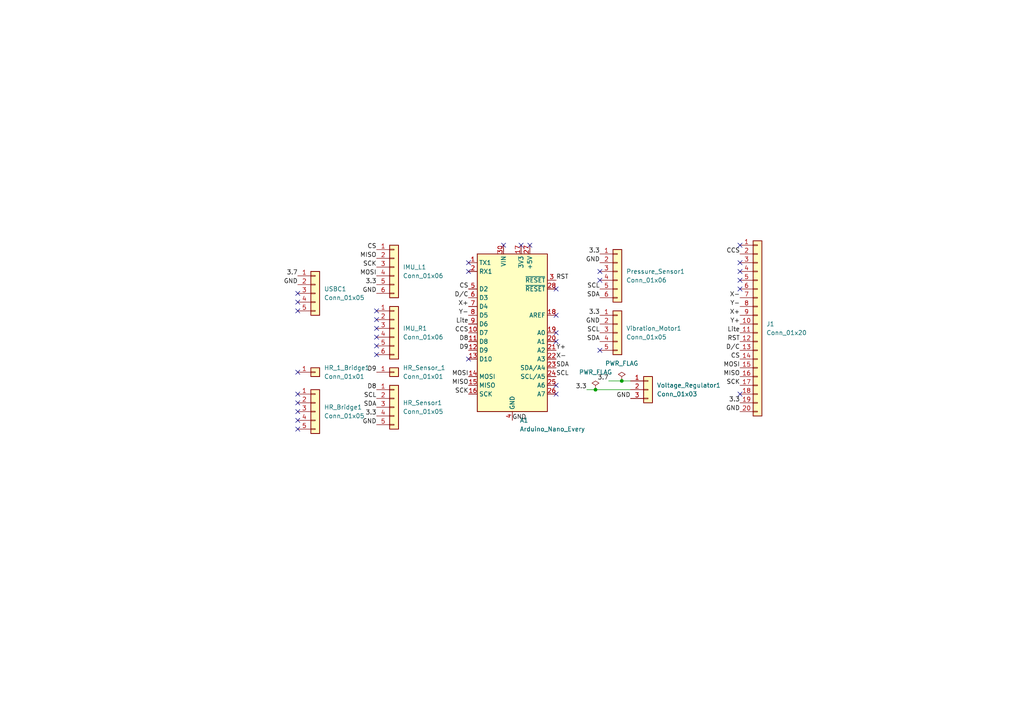
<source format=kicad_sch>
(kicad_sch (version 20250114) (generator "eeschema") (generator_version "9.0")
  (paper "A4")
  (lib_symbols
    (symbol "Conn_01x01_1" (pin_names (offset 1.016) (hide yes))
      (property "Reference" "J" (at 0 2.54 0))
      (property "Value" "Conn_01x01" (at 0 -2.54 0))
      (symbol "Conn_01x01_1_1_1"
        (rectangle (start -1.27 1.27) (end 1.27 -1.27) (stroke (width 0.254)) (fill (type background)))
        (rectangle (start -1.27 0.127) (end 0 -0.127) (stroke (width 0.1524)))
        (pin passive line (at -5.08 0 0) (length 3.81) (name "Pin_1") (number "1"))
      )
    )
    (symbol "Conn_01x05_1" (pin_names (offset 1.016) (hide yes))
      (property "Reference" "Vibration_Motor1" (at 2.54 1.2701 0))
      (property "Value" "Conn_01x05" (at 2.54 -1.2699 0))
      (symbol "Conn_01x05_1_1_1"
        (rectangle (start -1.27 6.35) (end 1.27 -6.35) (stroke (width 0.254)) (fill (type background)))
        (rectangle (start -1.27 5.207) (end 0 4.953) (stroke (width 0.1524)))
        (rectangle (start -1.27 2.667) (end 0 2.413) (stroke (width 0.1524)))
        (rectangle (start -1.27 0.127) (end 0 -0.127) (stroke (width 0.1524)))
        (rectangle (start -1.27 -2.413) (end 0 -2.667) (stroke (width 0.1524)))
        (rectangle (start -1.27 -4.953) (end 0 -5.207) (stroke (width 0.1524)))
        (pin passive line (at -5.08 5.08 0) (length 3.81) (name "Pin_1") (number "1"))
        (pin passive line (at -5.08 2.54 0) (length 3.81) (name "Pin_2") (number "2"))
        (pin passive line (at -5.08 0 0) (length 3.81) (name "Pin_3") (number "3"))
        (pin passive line (at -5.08 -2.54 0) (length 3.81) (name "Pin_4") (number "4"))
        (pin passive line (at -5.08 -5.08 0) (length 3.81) (name "Pin_5") (number "5"))
      )
    )
    (symbol "Conn_01x05_2" (pin_names (offset 1.016) (hide yes))
      (property "Reference" "J" (at 0 7.62 0))
      (property "Value" "Conn_01x05" (at 0 -7.62 0))
      (symbol "Conn_01x05_2_1_1"
        (rectangle (start -1.27 6.35) (end 1.27 -6.35) (stroke (width 0.254)) (fill (type background)))
        (rectangle (start -1.27 5.207) (end 0 4.953) (stroke (width 0.1524)))
        (rectangle (start -1.27 2.667) (end 0 2.413) (stroke (width 0.1524)))
        (rectangle (start -1.27 0.127) (end 0 -0.127) (stroke (width 0.1524)))
        (rectangle (start -1.27 -2.413) (end 0 -2.667) (stroke (width 0.1524)))
        (rectangle (start -1.27 -4.953) (end 0 -5.207) (stroke (width 0.1524)))
        (pin passive line (at -5.08 5.08 0) (length 3.81) (name "Pin_1") (number "1"))
        (pin passive line (at -5.08 2.54 0) (length 3.81) (name "Pin_2") (number "2"))
        (pin passive line (at -5.08 0 0) (length 3.81) (name "Pin_3") (number "3"))
        (pin passive line (at -5.08 -2.54 0) (length 3.81) (name "Pin_4") (number "4"))
        (pin passive line (at -5.08 -5.08 0) (length 3.81) (name "Pin_5") (number "5"))
      )
    )
    (symbol "Conn_01x05_3" (pin_names (offset 1.016) (hide yes))
      (property "Reference" "J" (at 0 7.62 0))
      (property "Value" "Conn_01x05" (at 0 -7.62 0))
      (symbol "Conn_01x05_3_1_1"
        (rectangle (start -1.27 6.35) (end 1.27 -6.35) (stroke (width 0.254)) (fill (type background)))
        (rectangle (start -1.27 5.207) (end 0 4.953) (stroke (width 0.1524)))
        (rectangle (start -1.27 2.667) (end 0 2.413) (stroke (width 0.1524)))
        (rectangle (start -1.27 0.127) (end 0 -0.127) (stroke (width 0.1524)))
        (rectangle (start -1.27 -2.413) (end 0 -2.667) (stroke (width 0.1524)))
        (rectangle (start -1.27 -4.953) (end 0 -5.207) (stroke (width 0.1524)))
        (pin passive line (at -5.08 5.08 0) (length 3.81) (name "Pin_1") (number "1"))
        (pin passive line (at -5.08 2.54 0) (length 3.81) (name "Pin_2") (number "2"))
        (pin passive line (at -5.08 0 0) (length 3.81) (name "Pin_3") (number "3"))
        (pin passive line (at -5.08 -2.54 0) (length 3.81) (name "Pin_4") (number "4"))
        (pin passive line (at -5.08 -5.08 0) (length 3.81) (name "Pin_5") (number "5"))
      )
    )
    (symbol "Conn_01x06_1" (pin_names (offset 1.016) (hide yes))
      (property "Reference" "Pressure_Sensor1" (at 2.54 0.0001 0))
      (property "Value" "Conn_01x06" (at 2.54 -2.5399 0))
      (symbol "Conn_01x06_1_1_1"
        (rectangle (start -1.27 6.35) (end 1.27 -8.89) (stroke (width 0.254)) (fill (type background)))
        (rectangle (start -1.27 5.207) (end 0 4.953) (stroke (width 0.1524)))
        (rectangle (start -1.27 2.667) (end 0 2.413) (stroke (width 0.1524)))
        (rectangle (start -1.27 0.127) (end 0 -0.127) (stroke (width 0.1524)))
        (rectangle (start -1.27 -2.413) (end 0 -2.667) (stroke (width 0.1524)))
        (rectangle (start -1.27 -4.953) (end 0 -5.207) (stroke (width 0.1524)))
        (rectangle (start -1.27 -7.493) (end 0 -7.747) (stroke (width 0.1524)))
        (pin passive line (at -5.08 5.08 0) (length 3.81) (name "Pin_1") (number "1"))
        (pin passive line (at -5.08 2.54 0) (length 3.81) (name "Pin_2") (number "2"))
        (pin passive line (at -5.08 0 0) (length 3.81) (name "Pin_3") (number "3"))
        (pin passive line (at -5.08 -2.54 0) (length 3.81) (name "Pin_4") (number "4"))
        (pin passive line (at -5.08 -5.08 0) (length 3.81) (name "Pin_5") (number "5"))
        (pin passive line (at -5.08 -7.62 0) (length 3.81) (name "Pin_6") (number "6"))
      )
    )
    (symbol "Connector_Generic:Conn_01x01" (pin_names (offset 1.016) (hide yes))
      (property "Reference" "HR_Sensor_1" (at 2.54 1.2701 0))
      (property "Value" "Conn_01x01" (at 2.54 -1.2699 0))
      (symbol "Conn_01x01_1_1"
        (rectangle (start -1.27 1.27) (end 1.27 -1.27) (stroke (width 0.254)) (fill (type background)))
        (rectangle (start -1.27 0.127) (end 0 -0.127) (stroke (width 0.1524)))
        (pin passive line (at -5.08 0 0) (length 3.81) (name "Pin_1") (number "1"))
      )
    )
    (symbol "Connector_Generic:Conn_01x03" (pin_names (offset 1.016) (hide yes))
      (property "Reference" "Voltage_Regulator1" (at 2.54 1.2701 0))
      (property "Value" "Conn_01x03" (at 2.54 -1.2699 0))
      (symbol "Conn_01x03_1_1"
        (rectangle (start -1.27 3.81) (end 1.27 -3.81) (stroke (width 0.254)) (fill (type background)))
        (rectangle (start -1.27 2.667) (end 0 2.413) (stroke (width 0.1524)))
        (rectangle (start -1.27 0.127) (end 0 -0.127) (stroke (width 0.1524)))
        (rectangle (start -1.27 -2.413) (end 0 -2.667) (stroke (width 0.1524)))
        (pin passive line (at -5.08 2.54 0) (length 3.81) (name "Pin_1") (number "1"))
        (pin passive line (at -5.08 0 0) (length 3.81) (name "Pin_2") (number "2"))
        (pin passive line (at -5.08 -2.54 0) (length 3.81) (name "Pin_3") (number "3"))
      )
    )
    (symbol "Connector_Generic:Conn_01x05" (pin_names (offset 1.016) (hide yes))
      (property "Reference" "HR_Sensor1" (at 2.54 1.2701 0))
      (property "Value" "Conn_01x05" (at 2.54 -1.2699 0))
      (symbol "Conn_01x05_1_1"
        (rectangle (start -1.27 6.35) (end 1.27 -6.35) (stroke (width 0.254)) (fill (type background)))
        (rectangle (start -1.27 5.207) (end 0 4.953) (stroke (width 0.1524)))
        (rectangle (start -1.27 2.667) (end 0 2.413) (stroke (width 0.1524)))
        (rectangle (start -1.27 0.127) (end 0 -0.127) (stroke (width 0.1524)))
        (rectangle (start -1.27 -2.413) (end 0 -2.667) (stroke (width 0.1524)))
        (rectangle (start -1.27 -4.953) (end 0 -5.207) (stroke (width 0.1524)))
        (pin passive line (at -5.08 5.08 0) (length 3.81) (name "Pin_1") (number "1"))
        (pin passive line (at -5.08 2.54 0) (length 3.81) (name "Pin_2") (number "2"))
        (pin passive line (at -5.08 0 0) (length 3.81) (name "Pin_3") (number "3"))
        (pin passive line (at -5.08 -2.54 0) (length 3.81) (name "Pin_4") (number "4"))
        (pin passive line (at -5.08 -5.08 0) (length 3.81) (name "Pin_5") (number "5"))
      )
    )
    (symbol "Connector_Generic:Conn_01x06" (pin_names (offset 1.016) (hide yes))
      (property "Reference" "J" (at 0 7.62 0))
      (property "Value" "Conn_01x06" (at 0 -10.16 0))
      (symbol "Conn_01x06_1_1"
        (rectangle (start -1.27 6.35) (end 1.27 -8.89) (stroke (width 0.254)) (fill (type background)))
        (rectangle (start -1.27 5.207) (end 0 4.953) (stroke (width 0.1524)))
        (rectangle (start -1.27 2.667) (end 0 2.413) (stroke (width 0.1524)))
        (rectangle (start -1.27 0.127) (end 0 -0.127) (stroke (width 0.1524)))
        (rectangle (start -1.27 -2.413) (end 0 -2.667) (stroke (width 0.1524)))
        (rectangle (start -1.27 -4.953) (end 0 -5.207) (stroke (width 0.1524)))
        (rectangle (start -1.27 -7.493) (end 0 -7.747) (stroke (width 0.1524)))
        (pin passive line (at -5.08 5.08 0) (length 3.81) (name "Pin_1") (number "1"))
        (pin passive line (at -5.08 2.54 0) (length 3.81) (name "Pin_2") (number "2"))
        (pin passive line (at -5.08 0 0) (length 3.81) (name "Pin_3") (number "3"))
        (pin passive line (at -5.08 -2.54 0) (length 3.81) (name "Pin_4") (number "4"))
        (pin passive line (at -5.08 -5.08 0) (length 3.81) (name "Pin_5") (number "5"))
        (pin passive line (at -5.08 -7.62 0) (length 3.81) (name "Pin_6") (number "6"))
      )
    )
    (symbol "Connector_Generic:Conn_01x20" (pin_names (offset 1.016) (hide yes))
      (property "Reference" "J" (at 0 25.4 0))
      (property "Value" "Conn_01x20" (at 0 -27.94 0))
      (symbol "Conn_01x20_1_1"
        (rectangle (start -1.27 24.13) (end 1.27 -26.67) (stroke (width 0.254)) (fill (type background)))
        (rectangle (start -1.27 22.987) (end 0 22.733) (stroke (width 0.1524)))
        (rectangle (start -1.27 20.447) (end 0 20.193) (stroke (width 0.1524)))
        (rectangle (start -1.27 17.907) (end 0 17.653) (stroke (width 0.1524)))
        (rectangle (start -1.27 15.367) (end 0 15.113) (stroke (width 0.1524)))
        (rectangle (start -1.27 12.827) (end 0 12.573) (stroke (width 0.1524)))
        (rectangle (start -1.27 10.287) (end 0 10.033) (stroke (width 0.1524)))
        (rectangle (start -1.27 7.747) (end 0 7.493) (stroke (width 0.1524)))
        (rectangle (start -1.27 5.207) (end 0 4.953) (stroke (width 0.1524)))
        (rectangle (start -1.27 2.667) (end 0 2.413) (stroke (width 0.1524)))
        (rectangle (start -1.27 0.127) (end 0 -0.127) (stroke (width 0.1524)))
        (rectangle (start -1.27 -2.413) (end 0 -2.667) (stroke (width 0.1524)))
        (rectangle (start -1.27 -4.953) (end 0 -5.207) (stroke (width 0.1524)))
        (rectangle (start -1.27 -7.493) (end 0 -7.747) (stroke (width 0.1524)))
        (rectangle (start -1.27 -10.033) (end 0 -10.287) (stroke (width 0.1524)))
        (rectangle (start -1.27 -12.573) (end 0 -12.827) (stroke (width 0.1524)))
        (rectangle (start -1.27 -15.113) (end 0 -15.367) (stroke (width 0.1524)))
        (rectangle (start -1.27 -17.653) (end 0 -17.907) (stroke (width 0.1524)))
        (rectangle (start -1.27 -20.193) (end 0 -20.447) (stroke (width 0.1524)))
        (rectangle (start -1.27 -22.733) (end 0 -22.987) (stroke (width 0.1524)))
        (rectangle (start -1.27 -25.273) (end 0 -25.527) (stroke (width 0.1524)))
        (pin passive line (at -5.08 22.86 0) (length 3.81) (name "Pin_1") (number "1"))
        (pin passive line (at -5.08 20.32 0) (length 3.81) (name "Pin_2") (number "2"))
        (pin passive line (at -5.08 17.78 0) (length 3.81) (name "Pin_3") (number "3"))
        (pin passive line (at -5.08 15.24 0) (length 3.81) (name "Pin_4") (number "4"))
        (pin passive line (at -5.08 12.7 0) (length 3.81) (name "Pin_5") (number "5"))
        (pin passive line (at -5.08 10.16 0) (length 3.81) (name "Pin_6") (number "6"))
        (pin passive line (at -5.08 7.62 0) (length 3.81) (name "Pin_7") (number "7"))
        (pin passive line (at -5.08 5.08 0) (length 3.81) (name "Pin_8") (number "8"))
        (pin passive line (at -5.08 2.54 0) (length 3.81) (name "Pin_9") (number "9"))
        (pin passive line (at -5.08 0 0) (length 3.81) (name "Pin_10") (number "10"))
        (pin passive line (at -5.08 -2.54 0) (length 3.81) (name "Pin_11") (number "11"))
        (pin passive line (at -5.08 -5.08 0) (length 3.81) (name "Pin_12") (number "12"))
        (pin passive line (at -5.08 -7.62 0) (length 3.81) (name "Pin_13") (number "13"))
        (pin passive line (at -5.08 -10.16 0) (length 3.81) (name "Pin_14") (number "14"))
        (pin passive line (at -5.08 -12.7 0) (length 3.81) (name "Pin_15") (number "15"))
        (pin passive line (at -5.08 -15.24 0) (length 3.81) (name "Pin_16") (number "16"))
        (pin passive line (at -5.08 -17.78 0) (length 3.81) (name "Pin_17") (number "17"))
        (pin passive line (at -5.08 -20.32 0) (length 3.81) (name "Pin_18") (number "18"))
        (pin passive line (at -5.08 -22.86 0) (length 3.81) (name "Pin_19") (number "19"))
        (pin passive line (at -5.08 -25.4 0) (length 3.81) (name "Pin_20") (number "20"))
      )
    )
    (symbol "MCU_Module:Arduino_Nano_Every"
      (property "Reference" "A" (at -10.16 23.495 0))
      (property "Value" "Arduino_Nano_Every" (at 5.08 -24.13 0))
      (symbol "Arduino_Nano_Every_0_1"
        (rectangle (start -10.16 22.86) (end 10.16 -22.86) (stroke (width 0.254)) (fill (type background)))
      )
      (symbol "Arduino_Nano_Every_1_1"
        (pin bidirectional line (at -12.7 20.32 0) (length 2.54) (name "TX1") (number "1"))
        (pin bidirectional line (at -12.7 17.78 0) (length 2.54) (name "RX1") (number "2"))
        (pin bidirectional line (at -12.7 12.7 0) (length 2.54) (name "D2") (number "5"))
        (pin bidirectional line (at -12.7 10.16 0) (length 2.54) (name "D3") (number "6"))
        (pin bidirectional line (at -12.7 7.62 0) (length 2.54) (name "D4") (number "7"))
        (pin bidirectional line (at -12.7 5.08 0) (length 2.54) (name "D5") (number "8"))
        (pin bidirectional line (at -12.7 2.54 0) (length 2.54) (name "D6") (number "9"))
        (pin bidirectional line (at -12.7 0 0) (length 2.54) (name "D7") (number "10"))
        (pin bidirectional line (at -12.7 -2.54 0) (length 2.54) (name "D8") (number "11"))
        (pin bidirectional line (at -12.7 -5.08 0) (length 2.54) (name "D9") (number "12"))
        (pin bidirectional line (at -12.7 -7.62 0) (length 2.54) (name "D10") (number "13"))
        (pin bidirectional line (at -12.7 -12.7 0) (length 2.54) (name "MOSI") (number "14"))
        (pin bidirectional line (at -12.7 -15.24 0) (length 2.54) (name "MISO") (number "15"))
        (pin bidirectional line (at -12.7 -17.78 0) (length 2.54) (name "SCK") (number "16"))
        (pin power_in line (at -2.54 25.4 270) (length 2.54) (name "VIN") (number "30"))
        (pin passive line (at 0 -25.4 90) (length 2.54) (hide yes) (name "GND") (number "29"))
        (pin power_in line (at 0 -25.4 90) (length 2.54) (name "GND") (number "4"))
        (pin power_out line (at 2.54 25.4 270) (length 2.54) (name "3V3") (number "17"))
        (pin power_out line (at 5.08 25.4 270) (length 2.54) (name "+5V") (number "27"))
        (pin input line (at 12.7 15.24 180) (length 2.54) (name "~{RESET}") (number "3"))
        (pin input line (at 12.7 12.7 180) (length 2.54) (name "~{RESET}") (number "28"))
        (pin input line (at 12.7 5.08 180) (length 2.54) (name "AREF") (number "18"))
        (pin bidirectional line (at 12.7 0 180) (length 2.54) (name "A0") (number "19"))
        (pin bidirectional line (at 12.7 -2.54 180) (length 2.54) (name "A1") (number "20"))
        (pin bidirectional line (at 12.7 -5.08 180) (length 2.54) (name "A2") (number "21"))
        (pin bidirectional line (at 12.7 -7.62 180) (length 2.54) (name "A3") (number "22"))
        (pin bidirectional line (at 12.7 -10.16 180) (length 2.54) (name "SDA/A4") (number "23"))
        (pin bidirectional line (at 12.7 -12.7 180) (length 2.54) (name "SCL/A5") (number "24"))
        (pin bidirectional line (at 12.7 -15.24 180) (length 2.54) (name "A6") (number "25"))
        (pin bidirectional line (at 12.7 -17.78 180) (length 2.54) (name "A7") (number "26"))
      )
    )
    (symbol "power:PWR_FLAG" (power) (pin_numbers (hide yes)) (pin_names (offset 0) (hide yes))
      (property "Value" "PWR_FLAG" (at 0 3.81 0))
      (symbol "PWR_FLAG_0_0"
        (pin power_out line (at 0 0 90) (length 0) (name "~") (number "1"))
      )
      (symbol "PWR_FLAG_0_1"
        (polyline (pts (xy 0 0) (xy 0 1.27) (xy -1.016 1.905) (xy 0 2.54) (xy 1.016 1.905) (xy 0 1.27)))
      )
    )
  )
  (junction (at 180.34 110.49))
  (junction (at 172.72 113.03))
  (no_connect (at 151.13 71.12))
  (no_connect (at 214.63 71.12))
  (no_connect (at 86.36 116.84))
  (no_connect (at 214.63 81.28))
  (no_connect (at 135.89 76.2))
  (no_connect (at 146.05 71.12))
  (no_connect (at 173.99 81.28))
  (no_connect (at 86.36 124.46))
  (no_connect (at 161.29 111.76))
  (no_connect (at 109.22 90.17))
  (no_connect (at 161.29 114.3))
  (no_connect (at 86.36 121.92))
  (no_connect (at 214.63 76.2))
  (no_connect (at 161.29 83.82))
  (no_connect (at 109.22 92.71))
  (no_connect (at 173.99 101.6))
  (no_connect (at 86.36 114.3))
  (no_connect (at 153.67 71.12))
  (no_connect (at 109.22 100.33))
  (no_connect (at 109.22 102.87))
  (no_connect (at 86.36 119.38))
  (no_connect (at 161.29 99.06))
  (no_connect (at 86.36 87.63))
  (no_connect (at 161.29 91.44))
  (no_connect (at 161.29 96.52))
  (no_connect (at 109.22 97.79))
  (no_connect (at 173.99 78.74))
  (no_connect (at 86.36 107.95))
  (no_connect (at 214.63 83.82))
  (no_connect (at 109.22 95.25))
  (no_connect (at 86.36 90.17))
  (no_connect (at 214.63 114.3))
  (no_connect (at 135.89 78.74))
  (no_connect (at 135.89 104.14))
  (no_connect (at 86.36 85.09))
  (no_connect (at 214.63 78.74))
  (wire (pts (xy 180.34 110.49) (xy 182.88 110.49)))
  (wire (pts (xy 170.18 113.03) (xy 172.72 113.03)))
  (wire (pts (xy 176.53 110.49) (xy 180.34 110.49)))
  (wire (pts (xy 172.72 113.03) (xy 182.88 113.03)))
  (label "GND" (at 173.99 76.2 180))
  (label "SCK" (at 214.63 111.76 180))
  (label "3.3" (at 170.18 113.03 180))
  (label "3.3" (at 109.22 120.65 180))
  (label "SCL" (at 173.99 83.82 180))
  (label "SDA" (at 109.22 118.11 180))
  (label "D8" (at 135.89 99.06 180))
  (label "GND" (at 214.63 119.38 180))
  (label "RST" (at 214.63 99.06 180))
  (label "MISO" (at 214.63 109.22 180))
  (label "3.3" (at 173.99 73.66 180))
  (label "3.3" (at 109.22 82.55 180))
  (label "3.7" (at 176.53 110.49 180))
  (label "3.3" (at 173.99 91.44 180))
  (label "CCS" (at 135.89 96.52 180))
  (label "X+" (at 135.89 88.9 180))
  (label "SCK" (at 135.89 114.3 180))
  (label "GND" (at 173.99 93.98 180))
  (label "D{slash}C" (at 135.89 86.36 180))
  (label "X+" (at 214.63 91.44 180))
  (label "SDA" (at 161.29 106.68 0))
  (label "SDA" (at 173.99 86.36 180))
  (label "RST" (at 161.29 81.28 0))
  (label "Y+" (at 214.63 93.98 180))
  (label "Y+" (at 161.29 101.6 0))
  (label "MOSI" (at 109.22 80.01 180))
  (label "Lite" (at 135.89 93.98 180))
  (label "GND" (at 182.88 115.57 180))
  (label "D{slash}C" (at 214.63 101.6 180))
  (label "CS" (at 109.22 72.39 180))
  (label "MISO" (at 109.22 74.93 180))
  (label "Y-" (at 214.63 88.9 180))
  (label "3.7" (at 86.36 80.01 180))
  (label "SCL" (at 109.22 115.57 180))
  (label "X-" (at 161.29 104.14 0))
  (label "SCL" (at 161.29 109.22 0))
  (label "GND" (at 86.36 82.55 180))
  (label "GND" (at 148.59 121.92 0))
  (label "SCK" (at 109.22 77.47 180))
  (label "CS" (at 135.89 83.82 180))
  (label "Lite" (at 214.63 96.52 180))
  (label "GND" (at 109.22 123.19 180))
  (label "SCL" (at 173.99 96.52 180))
  (label "CCS" (at 214.63 73.66 180))
  (label "MISO" (at 135.89 111.76 180))
  (label "Y-" (at 135.89 91.44 180))
  (label "CS" (at 214.63 104.14 180))
  (label "D9" (at 109.22 107.95 180))
  (label "MOSI" (at 214.63 106.68 180))
  (label "SDA" (at 173.99 99.06 180))
  (label "GND" (at 109.22 85.09 180))
  (label "D8" (at 109.22 113.03 180))
  (label "3.3" (at 214.63 116.84 180))
  (label "X-" (at 214.63 86.36 180))
  (label "D9" (at 135.89 101.6 180))
  (label "MOSI" (at 135.89 109.22 180))
  (symbol (lib_id "Connector_Generic:Conn_01x03") (at 187.96 113.03 0) (unit 1)
    (property "Reference" "Voltage_Regulator1" (at 190.5 111.7599 0) (effects (justify left)))
    (property "Value" "Conn_01x03" (at 190.5 114.2999 0) (effects (justify left)))
    (property "Footprint" "Connector_PinHeader_2.54mm:PinHeader_1x03_P2.54mm_Vertical" (effects (hide yes)))
    (property "Description" "Generic connector, single row, 01x03, script generated (kicad-library-utils/schlib/autogen/connector/)" (effects (hide yes)))
  )
  (symbol (lib_id "Connector_Generic:Conn_01x06") (at 114.3 77.47 0) (unit 1)
    (property "Reference" "IMU_L1" (at 116.84 77.4699 0) (effects (justify left)))
    (property "Value" "Conn_01x06" (at 116.84 80.0099 0) (effects (justify left)))
    (property "Footprint" "Connector_PinHeader_2.54mm:PinHeader_1x06_P2.54mm_Vertical" (effects (hide yes)))
    (property "Description" "Generic connector, single row, 01x06, script generated (kicad-library-utils/schlib/autogen/connector/)" (effects (hide yes)))
  )
  (symbol (lib_id "MCU_Module:Arduino_Nano_Every") (at 148.59 96.52 0) (unit 1)
    (property "Reference" "A1" (at 150.7333 121.92 0) (effects (justify left)))
    (property "Value" "Arduino_Nano_Every" (at 150.7333 124.46 0) (effects (justify left)))
    (property "Footprint" "Module:Arduino_Nano" (effects (hide yes)))
    (property "Datasheet" "https://content.arduino.cc/assets/NANOEveryV3.0_sch.pdf" (effects (hide yes)))
    (property "Description" "Arduino Nano Every" (effects (hide yes)))
  )
  (symbol (lib_name "Conn_01x06_1") (lib_id "Connector_Generic:Conn_01x06") (at 179.07 78.74 0) (unit 1)
    (property "Reference" "Pressure_Sensor1" (at 181.61 78.7399 0) (effects (justify left)))
    (property "Value" "Conn_01x06" (at 181.61 81.2799 0) (effects (justify left)))
    (property "Footprint" "Connector_PinHeader_2.54mm:PinHeader_1x06_P2.54mm_Vertical" (effects (hide yes)))
    (property "Description" "Generic connector, single row, 01x06, script generated (kicad-library-utils/schlib/autogen/connector/)" (effects (hide yes)))
  )
  (symbol (lib_name "Conn_01x05_1") (lib_id "Connector_Generic:Conn_01x05") (at 179.07 96.52 0) (unit 1)
    (property "Reference" "Vibration_Motor1" (at 181.61 95.2499 0) (effects (justify left)))
    (property "Value" "Conn_01x05" (at 181.61 97.7899 0) (effects (justify left)))
    (property "Footprint" "Connector_PinHeader_2.54mm:PinHeader_1x05_P2.54mm_Vertical" (effects (hide yes)))
    (property "Description" "Generic connector, single row, 01x05, script generated (kicad-library-utils/schlib/autogen/connector/)" (effects (hide yes)))
  )
  (symbol (lib_name "Conn_01x05_3") (lib_id "Connector_Generic:Conn_01x05") (at 91.44 85.09 0) (unit 1)
    (property "Reference" "USBC1" (at 93.98 83.8199 0) (effects (justify left)))
    (property "Value" "Conn_01x05" (at 93.98 86.3599 0) (effects (justify left)))
    (property "Footprint" "Connector_PinHeader_2.54mm:PinHeader_1x05_P2.54mm_Vertical" (effects (hide yes)))
    (property "Description" "Generic connector, single row, 01x05, script generated (kicad-library-utils/schlib/autogen/connector/)" (effects (hide yes)))
  )
  (symbol (lib_id "Connector_Generic:Conn_01x01") (at 114.3 107.95 0) (unit 1)
    (property "Reference" "HR_Sensor_1" (at 116.84 106.6799 0) (effects (justify left)))
    (property "Value" "Conn_01x01" (at 116.84 109.2199 0) (effects (justify left)))
    (property "Footprint" "Connector_PinHeader_2.54mm:PinHeader_1x01_P2.54mm_Vertical" (effects (hide yes)))
    (property "Description" "Generic connector, single row, 01x01, script generated (kicad-library-utils/schlib/autogen/connector/)" (effects (hide yes)))
  )
  (symbol (lib_id "Connector_Generic:Conn_01x20") (at 219.71 93.98 0) (unit 1)
    (property "Reference" "J1" (at 222.25 93.9799 0) (effects (justify left)))
    (property "Value" "Conn_01x20" (at 222.25 96.5199 0) (effects (justify left)))
    (property "Footprint" "Connector_PinHeader_2.54mm:PinHeader_1x20_P2.54mm_Vertical" (effects (hide yes)))
    (property "Description" "Generic connector, single row, 01x20, script generated (kicad-library-utils/schlib/autogen/connector/)" (effects (hide yes)))
  )
  (symbol (lib_id "power:PWR_FLAG") (at 180.34 110.49 0) (unit 1)
    (property "Reference" "#FLG02" (effects (hide yes)))
    (property "Value" "PWR_FLAG" (at 180.34 105.41 0))
    (property "Description" "Special symbol for telling ERC where power comes from" (effects (hide yes)))
  )
  (symbol (lib_name "Conn_01x05_2") (lib_id "Connector_Generic:Conn_01x05") (at 91.44 119.38 0) (unit 1)
    (property "Reference" "HR_Bridge1" (at 93.98 118.1099 0) (effects (justify left)))
    (property "Value" "Conn_01x05" (at 93.98 120.6499 0) (effects (justify left)))
    (property "Footprint" "Connector_PinHeader_2.54mm:PinHeader_1x05_P2.54mm_Vertical" (effects (hide yes)))
    (property "Description" "Generic connector, single row, 01x05, script generated (kicad-library-utils/schlib/autogen/connector/)" (effects (hide yes)))
  )
  (symbol (lib_id "Connector_Generic:Conn_01x06") (at 114.3 95.25 0) (unit 1)
    (property "Reference" "IMU_R1" (at 116.84 95.2499 0) (effects (justify left)))
    (property "Value" "Conn_01x06" (at 116.84 97.7899 0) (effects (justify left)))
    (property "Footprint" "Connector_PinHeader_2.54mm:PinHeader_1x06_P2.54mm_Vertical" (effects (hide yes)))
    (property "Description" "Generic connector, single row, 01x06, script generated (kicad-library-utils/schlib/autogen/connector/)" (effects (hide yes)))
  )
  (symbol (lib_id "power:PWR_FLAG") (at 172.72 113.03 0) (unit 1)
    (property "Reference" "#FLG01" (effects (hide yes)))
    (property "Value" "PWR_FLAG" (at 172.72 107.95 0))
    (property "Description" "Special symbol for telling ERC where power comes from" (effects (hide yes)))
  )
  (symbol (lib_id "Connector_Generic:Conn_01x05") (at 114.3 118.11 0) (unit 1)
    (property "Reference" "HR_Sensor1" (at 116.84 116.8399 0) (effects (justify left)))
    (property "Value" "Conn_01x05" (at 116.84 119.3799 0) (effects (justify left)))
    (property "Footprint" "Connector_PinHeader_2.54mm:PinHeader_1x05_P2.54mm_Vertical" (effects (hide yes)))
    (property "Description" "Generic connector, single row, 01x05, script generated (kicad-library-utils/schlib/autogen/connector/)" (effects (hide yes)))
  )
  (symbol (lib_name "Conn_01x01_1") (lib_id "Connector_Generic:Conn_01x01") (at 91.44 107.95 0) (unit 1)
    (property "Reference" "HR_1_Bridge1" (at 93.98 106.6799 0) (effects (justify left)))
    (property "Value" "Conn_01x01" (at 93.98 109.2199 0) (effects (justify left)))
    (property "Footprint" "Connector_PinHeader_2.54mm:PinHeader_1x01_P2.54mm_Vertical" (effects (hide yes)))
    (property "Description" "Generic connector, single row, 01x01, script generated (kicad-library-utils/schlib/autogen/connector/)" (effects (hide yes)))
  )
)
</source>
